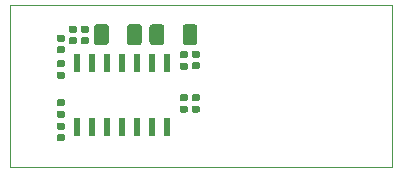
<source format=gbr>
G04 #@! TF.GenerationSoftware,KiCad,Pcbnew,(5.1.0)-1*
G04 #@! TF.CreationDate,2020-05-09T23:37:49+02:00*
G04 #@! TF.ProjectId,Token,546f6b65-6e2e-46b6-9963-61645f706362,rev?*
G04 #@! TF.SameCoordinates,Original*
G04 #@! TF.FileFunction,Paste,Top*
G04 #@! TF.FilePolarity,Positive*
%FSLAX46Y46*%
G04 Gerber Fmt 4.6, Leading zero omitted, Abs format (unit mm)*
G04 Created by KiCad (PCBNEW (5.1.0)-1) date 2020-05-09 23:37:49*
%MOMM*%
%LPD*%
G04 APERTURE LIST*
%ADD10C,0.050000*%
%ADD11C,0.100000*%
%ADD12C,0.590000*%
%ADD13C,1.250000*%
%ADD14R,0.600000X1.500000*%
G04 APERTURE END LIST*
D10*
X138049000Y-49149000D02*
X138049000Y-48133000D01*
X170434000Y-49149000D02*
X138049000Y-49149000D01*
X138049000Y-35433000D02*
X138049000Y-48133000D01*
X170434000Y-35433000D02*
X138049000Y-35433000D01*
X170434000Y-49149000D02*
X170434000Y-35433000D01*
D11*
G04 #@! TO.C,D4*
G36*
X153983958Y-39329710D02*
G01*
X153998276Y-39331834D01*
X154012317Y-39335351D01*
X154025946Y-39340228D01*
X154039031Y-39346417D01*
X154051447Y-39353858D01*
X154063073Y-39362481D01*
X154073798Y-39372202D01*
X154083519Y-39382927D01*
X154092142Y-39394553D01*
X154099583Y-39406969D01*
X154105772Y-39420054D01*
X154110649Y-39433683D01*
X154114166Y-39447724D01*
X154116290Y-39462042D01*
X154117000Y-39476500D01*
X154117000Y-39771500D01*
X154116290Y-39785958D01*
X154114166Y-39800276D01*
X154110649Y-39814317D01*
X154105772Y-39827946D01*
X154099583Y-39841031D01*
X154092142Y-39853447D01*
X154083519Y-39865073D01*
X154073798Y-39875798D01*
X154063073Y-39885519D01*
X154051447Y-39894142D01*
X154039031Y-39901583D01*
X154025946Y-39907772D01*
X154012317Y-39912649D01*
X153998276Y-39916166D01*
X153983958Y-39918290D01*
X153969500Y-39919000D01*
X153624500Y-39919000D01*
X153610042Y-39918290D01*
X153595724Y-39916166D01*
X153581683Y-39912649D01*
X153568054Y-39907772D01*
X153554969Y-39901583D01*
X153542553Y-39894142D01*
X153530927Y-39885519D01*
X153520202Y-39875798D01*
X153510481Y-39865073D01*
X153501858Y-39853447D01*
X153494417Y-39841031D01*
X153488228Y-39827946D01*
X153483351Y-39814317D01*
X153479834Y-39800276D01*
X153477710Y-39785958D01*
X153477000Y-39771500D01*
X153477000Y-39476500D01*
X153477710Y-39462042D01*
X153479834Y-39447724D01*
X153483351Y-39433683D01*
X153488228Y-39420054D01*
X153494417Y-39406969D01*
X153501858Y-39394553D01*
X153510481Y-39382927D01*
X153520202Y-39372202D01*
X153530927Y-39362481D01*
X153542553Y-39353858D01*
X153554969Y-39346417D01*
X153568054Y-39340228D01*
X153581683Y-39335351D01*
X153595724Y-39331834D01*
X153610042Y-39329710D01*
X153624500Y-39329000D01*
X153969500Y-39329000D01*
X153983958Y-39329710D01*
X153983958Y-39329710D01*
G37*
D12*
X153797000Y-39624000D03*
D11*
G36*
X153983958Y-40299710D02*
G01*
X153998276Y-40301834D01*
X154012317Y-40305351D01*
X154025946Y-40310228D01*
X154039031Y-40316417D01*
X154051447Y-40323858D01*
X154063073Y-40332481D01*
X154073798Y-40342202D01*
X154083519Y-40352927D01*
X154092142Y-40364553D01*
X154099583Y-40376969D01*
X154105772Y-40390054D01*
X154110649Y-40403683D01*
X154114166Y-40417724D01*
X154116290Y-40432042D01*
X154117000Y-40446500D01*
X154117000Y-40741500D01*
X154116290Y-40755958D01*
X154114166Y-40770276D01*
X154110649Y-40784317D01*
X154105772Y-40797946D01*
X154099583Y-40811031D01*
X154092142Y-40823447D01*
X154083519Y-40835073D01*
X154073798Y-40845798D01*
X154063073Y-40855519D01*
X154051447Y-40864142D01*
X154039031Y-40871583D01*
X154025946Y-40877772D01*
X154012317Y-40882649D01*
X153998276Y-40886166D01*
X153983958Y-40888290D01*
X153969500Y-40889000D01*
X153624500Y-40889000D01*
X153610042Y-40888290D01*
X153595724Y-40886166D01*
X153581683Y-40882649D01*
X153568054Y-40877772D01*
X153554969Y-40871583D01*
X153542553Y-40864142D01*
X153530927Y-40855519D01*
X153520202Y-40845798D01*
X153510481Y-40835073D01*
X153501858Y-40823447D01*
X153494417Y-40811031D01*
X153488228Y-40797946D01*
X153483351Y-40784317D01*
X153479834Y-40770276D01*
X153477710Y-40755958D01*
X153477000Y-40741500D01*
X153477000Y-40446500D01*
X153477710Y-40432042D01*
X153479834Y-40417724D01*
X153483351Y-40403683D01*
X153488228Y-40390054D01*
X153494417Y-40376969D01*
X153501858Y-40364553D01*
X153510481Y-40352927D01*
X153520202Y-40342202D01*
X153530927Y-40332481D01*
X153542553Y-40323858D01*
X153554969Y-40316417D01*
X153568054Y-40310228D01*
X153581683Y-40305351D01*
X153595724Y-40301834D01*
X153610042Y-40299710D01*
X153624500Y-40299000D01*
X153969500Y-40299000D01*
X153983958Y-40299710D01*
X153983958Y-40299710D01*
G37*
D12*
X153797000Y-40594000D03*
G04 #@! TD*
D11*
G04 #@! TO.C,C1*
G36*
X153694504Y-37099204D02*
G01*
X153718773Y-37102804D01*
X153742571Y-37108765D01*
X153765671Y-37117030D01*
X153787849Y-37127520D01*
X153808893Y-37140133D01*
X153828598Y-37154747D01*
X153846777Y-37171223D01*
X153863253Y-37189402D01*
X153877867Y-37209107D01*
X153890480Y-37230151D01*
X153900970Y-37252329D01*
X153909235Y-37275429D01*
X153915196Y-37299227D01*
X153918796Y-37323496D01*
X153920000Y-37348000D01*
X153920000Y-38598000D01*
X153918796Y-38622504D01*
X153915196Y-38646773D01*
X153909235Y-38670571D01*
X153900970Y-38693671D01*
X153890480Y-38715849D01*
X153877867Y-38736893D01*
X153863253Y-38756598D01*
X153846777Y-38774777D01*
X153828598Y-38791253D01*
X153808893Y-38805867D01*
X153787849Y-38818480D01*
X153765671Y-38828970D01*
X153742571Y-38837235D01*
X153718773Y-38843196D01*
X153694504Y-38846796D01*
X153670000Y-38848000D01*
X152920000Y-38848000D01*
X152895496Y-38846796D01*
X152871227Y-38843196D01*
X152847429Y-38837235D01*
X152824329Y-38828970D01*
X152802151Y-38818480D01*
X152781107Y-38805867D01*
X152761402Y-38791253D01*
X152743223Y-38774777D01*
X152726747Y-38756598D01*
X152712133Y-38736893D01*
X152699520Y-38715849D01*
X152689030Y-38693671D01*
X152680765Y-38670571D01*
X152674804Y-38646773D01*
X152671204Y-38622504D01*
X152670000Y-38598000D01*
X152670000Y-37348000D01*
X152671204Y-37323496D01*
X152674804Y-37299227D01*
X152680765Y-37275429D01*
X152689030Y-37252329D01*
X152699520Y-37230151D01*
X152712133Y-37209107D01*
X152726747Y-37189402D01*
X152743223Y-37171223D01*
X152761402Y-37154747D01*
X152781107Y-37140133D01*
X152802151Y-37127520D01*
X152824329Y-37117030D01*
X152847429Y-37108765D01*
X152871227Y-37102804D01*
X152895496Y-37099204D01*
X152920000Y-37098000D01*
X153670000Y-37098000D01*
X153694504Y-37099204D01*
X153694504Y-37099204D01*
G37*
D13*
X153295000Y-37973000D03*
D11*
G36*
X150894504Y-37099204D02*
G01*
X150918773Y-37102804D01*
X150942571Y-37108765D01*
X150965671Y-37117030D01*
X150987849Y-37127520D01*
X151008893Y-37140133D01*
X151028598Y-37154747D01*
X151046777Y-37171223D01*
X151063253Y-37189402D01*
X151077867Y-37209107D01*
X151090480Y-37230151D01*
X151100970Y-37252329D01*
X151109235Y-37275429D01*
X151115196Y-37299227D01*
X151118796Y-37323496D01*
X151120000Y-37348000D01*
X151120000Y-38598000D01*
X151118796Y-38622504D01*
X151115196Y-38646773D01*
X151109235Y-38670571D01*
X151100970Y-38693671D01*
X151090480Y-38715849D01*
X151077867Y-38736893D01*
X151063253Y-38756598D01*
X151046777Y-38774777D01*
X151028598Y-38791253D01*
X151008893Y-38805867D01*
X150987849Y-38818480D01*
X150965671Y-38828970D01*
X150942571Y-38837235D01*
X150918773Y-38843196D01*
X150894504Y-38846796D01*
X150870000Y-38848000D01*
X150120000Y-38848000D01*
X150095496Y-38846796D01*
X150071227Y-38843196D01*
X150047429Y-38837235D01*
X150024329Y-38828970D01*
X150002151Y-38818480D01*
X149981107Y-38805867D01*
X149961402Y-38791253D01*
X149943223Y-38774777D01*
X149926747Y-38756598D01*
X149912133Y-38736893D01*
X149899520Y-38715849D01*
X149889030Y-38693671D01*
X149880765Y-38670571D01*
X149874804Y-38646773D01*
X149871204Y-38622504D01*
X149870000Y-38598000D01*
X149870000Y-37348000D01*
X149871204Y-37323496D01*
X149874804Y-37299227D01*
X149880765Y-37275429D01*
X149889030Y-37252329D01*
X149899520Y-37230151D01*
X149912133Y-37209107D01*
X149926747Y-37189402D01*
X149943223Y-37171223D01*
X149961402Y-37154747D01*
X149981107Y-37140133D01*
X150002151Y-37127520D01*
X150024329Y-37117030D01*
X150047429Y-37108765D01*
X150071227Y-37102804D01*
X150095496Y-37099204D01*
X150120000Y-37098000D01*
X150870000Y-37098000D01*
X150894504Y-37099204D01*
X150894504Y-37099204D01*
G37*
D13*
X150495000Y-37973000D03*
G04 #@! TD*
D14*
G04 #@! TO.C,U2*
X143764000Y-45786000D03*
X145034000Y-45786000D03*
X146304000Y-45786000D03*
X147574000Y-45786000D03*
X148844000Y-45786000D03*
X150114000Y-45786000D03*
X151384000Y-45786000D03*
X151384000Y-40386000D03*
X150114000Y-40386000D03*
X148844000Y-40386000D03*
X147574000Y-40386000D03*
X146304000Y-40386000D03*
X145034000Y-40386000D03*
X143764000Y-40386000D03*
G04 #@! TD*
D11*
G04 #@! TO.C,C2*
G36*
X146195504Y-37099204D02*
G01*
X146219773Y-37102804D01*
X146243571Y-37108765D01*
X146266671Y-37117030D01*
X146288849Y-37127520D01*
X146309893Y-37140133D01*
X146329598Y-37154747D01*
X146347777Y-37171223D01*
X146364253Y-37189402D01*
X146378867Y-37209107D01*
X146391480Y-37230151D01*
X146401970Y-37252329D01*
X146410235Y-37275429D01*
X146416196Y-37299227D01*
X146419796Y-37323496D01*
X146421000Y-37348000D01*
X146421000Y-38598000D01*
X146419796Y-38622504D01*
X146416196Y-38646773D01*
X146410235Y-38670571D01*
X146401970Y-38693671D01*
X146391480Y-38715849D01*
X146378867Y-38736893D01*
X146364253Y-38756598D01*
X146347777Y-38774777D01*
X146329598Y-38791253D01*
X146309893Y-38805867D01*
X146288849Y-38818480D01*
X146266671Y-38828970D01*
X146243571Y-38837235D01*
X146219773Y-38843196D01*
X146195504Y-38846796D01*
X146171000Y-38848000D01*
X145421000Y-38848000D01*
X145396496Y-38846796D01*
X145372227Y-38843196D01*
X145348429Y-38837235D01*
X145325329Y-38828970D01*
X145303151Y-38818480D01*
X145282107Y-38805867D01*
X145262402Y-38791253D01*
X145244223Y-38774777D01*
X145227747Y-38756598D01*
X145213133Y-38736893D01*
X145200520Y-38715849D01*
X145190030Y-38693671D01*
X145181765Y-38670571D01*
X145175804Y-38646773D01*
X145172204Y-38622504D01*
X145171000Y-38598000D01*
X145171000Y-37348000D01*
X145172204Y-37323496D01*
X145175804Y-37299227D01*
X145181765Y-37275429D01*
X145190030Y-37252329D01*
X145200520Y-37230151D01*
X145213133Y-37209107D01*
X145227747Y-37189402D01*
X145244223Y-37171223D01*
X145262402Y-37154747D01*
X145282107Y-37140133D01*
X145303151Y-37127520D01*
X145325329Y-37117030D01*
X145348429Y-37108765D01*
X145372227Y-37102804D01*
X145396496Y-37099204D01*
X145421000Y-37098000D01*
X146171000Y-37098000D01*
X146195504Y-37099204D01*
X146195504Y-37099204D01*
G37*
D13*
X145796000Y-37973000D03*
D11*
G36*
X148995504Y-37099204D02*
G01*
X149019773Y-37102804D01*
X149043571Y-37108765D01*
X149066671Y-37117030D01*
X149088849Y-37127520D01*
X149109893Y-37140133D01*
X149129598Y-37154747D01*
X149147777Y-37171223D01*
X149164253Y-37189402D01*
X149178867Y-37209107D01*
X149191480Y-37230151D01*
X149201970Y-37252329D01*
X149210235Y-37275429D01*
X149216196Y-37299227D01*
X149219796Y-37323496D01*
X149221000Y-37348000D01*
X149221000Y-38598000D01*
X149219796Y-38622504D01*
X149216196Y-38646773D01*
X149210235Y-38670571D01*
X149201970Y-38693671D01*
X149191480Y-38715849D01*
X149178867Y-38736893D01*
X149164253Y-38756598D01*
X149147777Y-38774777D01*
X149129598Y-38791253D01*
X149109893Y-38805867D01*
X149088849Y-38818480D01*
X149066671Y-38828970D01*
X149043571Y-38837235D01*
X149019773Y-38843196D01*
X148995504Y-38846796D01*
X148971000Y-38848000D01*
X148221000Y-38848000D01*
X148196496Y-38846796D01*
X148172227Y-38843196D01*
X148148429Y-38837235D01*
X148125329Y-38828970D01*
X148103151Y-38818480D01*
X148082107Y-38805867D01*
X148062402Y-38791253D01*
X148044223Y-38774777D01*
X148027747Y-38756598D01*
X148013133Y-38736893D01*
X148000520Y-38715849D01*
X147990030Y-38693671D01*
X147981765Y-38670571D01*
X147975804Y-38646773D01*
X147972204Y-38622504D01*
X147971000Y-38598000D01*
X147971000Y-37348000D01*
X147972204Y-37323496D01*
X147975804Y-37299227D01*
X147981765Y-37275429D01*
X147990030Y-37252329D01*
X148000520Y-37230151D01*
X148013133Y-37209107D01*
X148027747Y-37189402D01*
X148044223Y-37171223D01*
X148062402Y-37154747D01*
X148082107Y-37140133D01*
X148103151Y-37127520D01*
X148125329Y-37117030D01*
X148148429Y-37108765D01*
X148172227Y-37102804D01*
X148196496Y-37099204D01*
X148221000Y-37098000D01*
X148971000Y-37098000D01*
X148995504Y-37099204D01*
X148995504Y-37099204D01*
G37*
D13*
X148596000Y-37973000D03*
G04 #@! TD*
D11*
G04 #@! TO.C,D2*
G36*
X142553958Y-40137710D02*
G01*
X142568276Y-40139834D01*
X142582317Y-40143351D01*
X142595946Y-40148228D01*
X142609031Y-40154417D01*
X142621447Y-40161858D01*
X142633073Y-40170481D01*
X142643798Y-40180202D01*
X142653519Y-40190927D01*
X142662142Y-40202553D01*
X142669583Y-40214969D01*
X142675772Y-40228054D01*
X142680649Y-40241683D01*
X142684166Y-40255724D01*
X142686290Y-40270042D01*
X142687000Y-40284500D01*
X142687000Y-40579500D01*
X142686290Y-40593958D01*
X142684166Y-40608276D01*
X142680649Y-40622317D01*
X142675772Y-40635946D01*
X142669583Y-40649031D01*
X142662142Y-40661447D01*
X142653519Y-40673073D01*
X142643798Y-40683798D01*
X142633073Y-40693519D01*
X142621447Y-40702142D01*
X142609031Y-40709583D01*
X142595946Y-40715772D01*
X142582317Y-40720649D01*
X142568276Y-40724166D01*
X142553958Y-40726290D01*
X142539500Y-40727000D01*
X142194500Y-40727000D01*
X142180042Y-40726290D01*
X142165724Y-40724166D01*
X142151683Y-40720649D01*
X142138054Y-40715772D01*
X142124969Y-40709583D01*
X142112553Y-40702142D01*
X142100927Y-40693519D01*
X142090202Y-40683798D01*
X142080481Y-40673073D01*
X142071858Y-40661447D01*
X142064417Y-40649031D01*
X142058228Y-40635946D01*
X142053351Y-40622317D01*
X142049834Y-40608276D01*
X142047710Y-40593958D01*
X142047000Y-40579500D01*
X142047000Y-40284500D01*
X142047710Y-40270042D01*
X142049834Y-40255724D01*
X142053351Y-40241683D01*
X142058228Y-40228054D01*
X142064417Y-40214969D01*
X142071858Y-40202553D01*
X142080481Y-40190927D01*
X142090202Y-40180202D01*
X142100927Y-40170481D01*
X142112553Y-40161858D01*
X142124969Y-40154417D01*
X142138054Y-40148228D01*
X142151683Y-40143351D01*
X142165724Y-40139834D01*
X142180042Y-40137710D01*
X142194500Y-40137000D01*
X142539500Y-40137000D01*
X142553958Y-40137710D01*
X142553958Y-40137710D01*
G37*
D12*
X142367000Y-40432000D03*
D11*
G36*
X142553958Y-41107710D02*
G01*
X142568276Y-41109834D01*
X142582317Y-41113351D01*
X142595946Y-41118228D01*
X142609031Y-41124417D01*
X142621447Y-41131858D01*
X142633073Y-41140481D01*
X142643798Y-41150202D01*
X142653519Y-41160927D01*
X142662142Y-41172553D01*
X142669583Y-41184969D01*
X142675772Y-41198054D01*
X142680649Y-41211683D01*
X142684166Y-41225724D01*
X142686290Y-41240042D01*
X142687000Y-41254500D01*
X142687000Y-41549500D01*
X142686290Y-41563958D01*
X142684166Y-41578276D01*
X142680649Y-41592317D01*
X142675772Y-41605946D01*
X142669583Y-41619031D01*
X142662142Y-41631447D01*
X142653519Y-41643073D01*
X142643798Y-41653798D01*
X142633073Y-41663519D01*
X142621447Y-41672142D01*
X142609031Y-41679583D01*
X142595946Y-41685772D01*
X142582317Y-41690649D01*
X142568276Y-41694166D01*
X142553958Y-41696290D01*
X142539500Y-41697000D01*
X142194500Y-41697000D01*
X142180042Y-41696290D01*
X142165724Y-41694166D01*
X142151683Y-41690649D01*
X142138054Y-41685772D01*
X142124969Y-41679583D01*
X142112553Y-41672142D01*
X142100927Y-41663519D01*
X142090202Y-41653798D01*
X142080481Y-41643073D01*
X142071858Y-41631447D01*
X142064417Y-41619031D01*
X142058228Y-41605946D01*
X142053351Y-41592317D01*
X142049834Y-41578276D01*
X142047710Y-41563958D01*
X142047000Y-41549500D01*
X142047000Y-41254500D01*
X142047710Y-41240042D01*
X142049834Y-41225724D01*
X142053351Y-41211683D01*
X142058228Y-41198054D01*
X142064417Y-41184969D01*
X142071858Y-41172553D01*
X142080481Y-41160927D01*
X142090202Y-41150202D01*
X142100927Y-41140481D01*
X142112553Y-41131858D01*
X142124969Y-41124417D01*
X142138054Y-41118228D01*
X142151683Y-41113351D01*
X142165724Y-41109834D01*
X142180042Y-41107710D01*
X142194500Y-41107000D01*
X142539500Y-41107000D01*
X142553958Y-41107710D01*
X142553958Y-41107710D01*
G37*
D12*
X142367000Y-41402000D03*
G04 #@! TD*
D11*
G04 #@! TO.C,D3*
G36*
X142553958Y-43439710D02*
G01*
X142568276Y-43441834D01*
X142582317Y-43445351D01*
X142595946Y-43450228D01*
X142609031Y-43456417D01*
X142621447Y-43463858D01*
X142633073Y-43472481D01*
X142643798Y-43482202D01*
X142653519Y-43492927D01*
X142662142Y-43504553D01*
X142669583Y-43516969D01*
X142675772Y-43530054D01*
X142680649Y-43543683D01*
X142684166Y-43557724D01*
X142686290Y-43572042D01*
X142687000Y-43586500D01*
X142687000Y-43881500D01*
X142686290Y-43895958D01*
X142684166Y-43910276D01*
X142680649Y-43924317D01*
X142675772Y-43937946D01*
X142669583Y-43951031D01*
X142662142Y-43963447D01*
X142653519Y-43975073D01*
X142643798Y-43985798D01*
X142633073Y-43995519D01*
X142621447Y-44004142D01*
X142609031Y-44011583D01*
X142595946Y-44017772D01*
X142582317Y-44022649D01*
X142568276Y-44026166D01*
X142553958Y-44028290D01*
X142539500Y-44029000D01*
X142194500Y-44029000D01*
X142180042Y-44028290D01*
X142165724Y-44026166D01*
X142151683Y-44022649D01*
X142138054Y-44017772D01*
X142124969Y-44011583D01*
X142112553Y-44004142D01*
X142100927Y-43995519D01*
X142090202Y-43985798D01*
X142080481Y-43975073D01*
X142071858Y-43963447D01*
X142064417Y-43951031D01*
X142058228Y-43937946D01*
X142053351Y-43924317D01*
X142049834Y-43910276D01*
X142047710Y-43895958D01*
X142047000Y-43881500D01*
X142047000Y-43586500D01*
X142047710Y-43572042D01*
X142049834Y-43557724D01*
X142053351Y-43543683D01*
X142058228Y-43530054D01*
X142064417Y-43516969D01*
X142071858Y-43504553D01*
X142080481Y-43492927D01*
X142090202Y-43482202D01*
X142100927Y-43472481D01*
X142112553Y-43463858D01*
X142124969Y-43456417D01*
X142138054Y-43450228D01*
X142151683Y-43445351D01*
X142165724Y-43441834D01*
X142180042Y-43439710D01*
X142194500Y-43439000D01*
X142539500Y-43439000D01*
X142553958Y-43439710D01*
X142553958Y-43439710D01*
G37*
D12*
X142367000Y-43734000D03*
D11*
G36*
X142553958Y-44409710D02*
G01*
X142568276Y-44411834D01*
X142582317Y-44415351D01*
X142595946Y-44420228D01*
X142609031Y-44426417D01*
X142621447Y-44433858D01*
X142633073Y-44442481D01*
X142643798Y-44452202D01*
X142653519Y-44462927D01*
X142662142Y-44474553D01*
X142669583Y-44486969D01*
X142675772Y-44500054D01*
X142680649Y-44513683D01*
X142684166Y-44527724D01*
X142686290Y-44542042D01*
X142687000Y-44556500D01*
X142687000Y-44851500D01*
X142686290Y-44865958D01*
X142684166Y-44880276D01*
X142680649Y-44894317D01*
X142675772Y-44907946D01*
X142669583Y-44921031D01*
X142662142Y-44933447D01*
X142653519Y-44945073D01*
X142643798Y-44955798D01*
X142633073Y-44965519D01*
X142621447Y-44974142D01*
X142609031Y-44981583D01*
X142595946Y-44987772D01*
X142582317Y-44992649D01*
X142568276Y-44996166D01*
X142553958Y-44998290D01*
X142539500Y-44999000D01*
X142194500Y-44999000D01*
X142180042Y-44998290D01*
X142165724Y-44996166D01*
X142151683Y-44992649D01*
X142138054Y-44987772D01*
X142124969Y-44981583D01*
X142112553Y-44974142D01*
X142100927Y-44965519D01*
X142090202Y-44955798D01*
X142080481Y-44945073D01*
X142071858Y-44933447D01*
X142064417Y-44921031D01*
X142058228Y-44907946D01*
X142053351Y-44894317D01*
X142049834Y-44880276D01*
X142047710Y-44865958D01*
X142047000Y-44851500D01*
X142047000Y-44556500D01*
X142047710Y-44542042D01*
X142049834Y-44527724D01*
X142053351Y-44513683D01*
X142058228Y-44500054D01*
X142064417Y-44486969D01*
X142071858Y-44474553D01*
X142080481Y-44462927D01*
X142090202Y-44452202D01*
X142100927Y-44442481D01*
X142112553Y-44433858D01*
X142124969Y-44426417D01*
X142138054Y-44420228D01*
X142151683Y-44415351D01*
X142165724Y-44411834D01*
X142180042Y-44409710D01*
X142194500Y-44409000D01*
X142539500Y-44409000D01*
X142553958Y-44409710D01*
X142553958Y-44409710D01*
G37*
D12*
X142367000Y-44704000D03*
G04 #@! TD*
D11*
G04 #@! TO.C,D5*
G36*
X153983958Y-43982710D02*
G01*
X153998276Y-43984834D01*
X154012317Y-43988351D01*
X154025946Y-43993228D01*
X154039031Y-43999417D01*
X154051447Y-44006858D01*
X154063073Y-44015481D01*
X154073798Y-44025202D01*
X154083519Y-44035927D01*
X154092142Y-44047553D01*
X154099583Y-44059969D01*
X154105772Y-44073054D01*
X154110649Y-44086683D01*
X154114166Y-44100724D01*
X154116290Y-44115042D01*
X154117000Y-44129500D01*
X154117000Y-44424500D01*
X154116290Y-44438958D01*
X154114166Y-44453276D01*
X154110649Y-44467317D01*
X154105772Y-44480946D01*
X154099583Y-44494031D01*
X154092142Y-44506447D01*
X154083519Y-44518073D01*
X154073798Y-44528798D01*
X154063073Y-44538519D01*
X154051447Y-44547142D01*
X154039031Y-44554583D01*
X154025946Y-44560772D01*
X154012317Y-44565649D01*
X153998276Y-44569166D01*
X153983958Y-44571290D01*
X153969500Y-44572000D01*
X153624500Y-44572000D01*
X153610042Y-44571290D01*
X153595724Y-44569166D01*
X153581683Y-44565649D01*
X153568054Y-44560772D01*
X153554969Y-44554583D01*
X153542553Y-44547142D01*
X153530927Y-44538519D01*
X153520202Y-44528798D01*
X153510481Y-44518073D01*
X153501858Y-44506447D01*
X153494417Y-44494031D01*
X153488228Y-44480946D01*
X153483351Y-44467317D01*
X153479834Y-44453276D01*
X153477710Y-44438958D01*
X153477000Y-44424500D01*
X153477000Y-44129500D01*
X153477710Y-44115042D01*
X153479834Y-44100724D01*
X153483351Y-44086683D01*
X153488228Y-44073054D01*
X153494417Y-44059969D01*
X153501858Y-44047553D01*
X153510481Y-44035927D01*
X153520202Y-44025202D01*
X153530927Y-44015481D01*
X153542553Y-44006858D01*
X153554969Y-43999417D01*
X153568054Y-43993228D01*
X153581683Y-43988351D01*
X153595724Y-43984834D01*
X153610042Y-43982710D01*
X153624500Y-43982000D01*
X153969500Y-43982000D01*
X153983958Y-43982710D01*
X153983958Y-43982710D01*
G37*
D12*
X153797000Y-44277000D03*
D11*
G36*
X153983958Y-43012710D02*
G01*
X153998276Y-43014834D01*
X154012317Y-43018351D01*
X154025946Y-43023228D01*
X154039031Y-43029417D01*
X154051447Y-43036858D01*
X154063073Y-43045481D01*
X154073798Y-43055202D01*
X154083519Y-43065927D01*
X154092142Y-43077553D01*
X154099583Y-43089969D01*
X154105772Y-43103054D01*
X154110649Y-43116683D01*
X154114166Y-43130724D01*
X154116290Y-43145042D01*
X154117000Y-43159500D01*
X154117000Y-43454500D01*
X154116290Y-43468958D01*
X154114166Y-43483276D01*
X154110649Y-43497317D01*
X154105772Y-43510946D01*
X154099583Y-43524031D01*
X154092142Y-43536447D01*
X154083519Y-43548073D01*
X154073798Y-43558798D01*
X154063073Y-43568519D01*
X154051447Y-43577142D01*
X154039031Y-43584583D01*
X154025946Y-43590772D01*
X154012317Y-43595649D01*
X153998276Y-43599166D01*
X153983958Y-43601290D01*
X153969500Y-43602000D01*
X153624500Y-43602000D01*
X153610042Y-43601290D01*
X153595724Y-43599166D01*
X153581683Y-43595649D01*
X153568054Y-43590772D01*
X153554969Y-43584583D01*
X153542553Y-43577142D01*
X153530927Y-43568519D01*
X153520202Y-43558798D01*
X153510481Y-43548073D01*
X153501858Y-43536447D01*
X153494417Y-43524031D01*
X153488228Y-43510946D01*
X153483351Y-43497317D01*
X153479834Y-43483276D01*
X153477710Y-43468958D01*
X153477000Y-43454500D01*
X153477000Y-43159500D01*
X153477710Y-43145042D01*
X153479834Y-43130724D01*
X153483351Y-43116683D01*
X153488228Y-43103054D01*
X153494417Y-43089969D01*
X153501858Y-43077553D01*
X153510481Y-43065927D01*
X153520202Y-43055202D01*
X153530927Y-43045481D01*
X153542553Y-43036858D01*
X153554969Y-43029417D01*
X153568054Y-43023228D01*
X153581683Y-43018351D01*
X153595724Y-43014834D01*
X153610042Y-43012710D01*
X153624500Y-43012000D01*
X153969500Y-43012000D01*
X153983958Y-43012710D01*
X153983958Y-43012710D01*
G37*
D12*
X153797000Y-43307000D03*
G04 #@! TD*
D11*
G04 #@! TO.C,D6*
G36*
X142553958Y-38948710D02*
G01*
X142568276Y-38950834D01*
X142582317Y-38954351D01*
X142595946Y-38959228D01*
X142609031Y-38965417D01*
X142621447Y-38972858D01*
X142633073Y-38981481D01*
X142643798Y-38991202D01*
X142653519Y-39001927D01*
X142662142Y-39013553D01*
X142669583Y-39025969D01*
X142675772Y-39039054D01*
X142680649Y-39052683D01*
X142684166Y-39066724D01*
X142686290Y-39081042D01*
X142687000Y-39095500D01*
X142687000Y-39390500D01*
X142686290Y-39404958D01*
X142684166Y-39419276D01*
X142680649Y-39433317D01*
X142675772Y-39446946D01*
X142669583Y-39460031D01*
X142662142Y-39472447D01*
X142653519Y-39484073D01*
X142643798Y-39494798D01*
X142633073Y-39504519D01*
X142621447Y-39513142D01*
X142609031Y-39520583D01*
X142595946Y-39526772D01*
X142582317Y-39531649D01*
X142568276Y-39535166D01*
X142553958Y-39537290D01*
X142539500Y-39538000D01*
X142194500Y-39538000D01*
X142180042Y-39537290D01*
X142165724Y-39535166D01*
X142151683Y-39531649D01*
X142138054Y-39526772D01*
X142124969Y-39520583D01*
X142112553Y-39513142D01*
X142100927Y-39504519D01*
X142090202Y-39494798D01*
X142080481Y-39484073D01*
X142071858Y-39472447D01*
X142064417Y-39460031D01*
X142058228Y-39446946D01*
X142053351Y-39433317D01*
X142049834Y-39419276D01*
X142047710Y-39404958D01*
X142047000Y-39390500D01*
X142047000Y-39095500D01*
X142047710Y-39081042D01*
X142049834Y-39066724D01*
X142053351Y-39052683D01*
X142058228Y-39039054D01*
X142064417Y-39025969D01*
X142071858Y-39013553D01*
X142080481Y-39001927D01*
X142090202Y-38991202D01*
X142100927Y-38981481D01*
X142112553Y-38972858D01*
X142124969Y-38965417D01*
X142138054Y-38959228D01*
X142151683Y-38954351D01*
X142165724Y-38950834D01*
X142180042Y-38948710D01*
X142194500Y-38948000D01*
X142539500Y-38948000D01*
X142553958Y-38948710D01*
X142553958Y-38948710D01*
G37*
D12*
X142367000Y-39243000D03*
D11*
G36*
X142553958Y-37978710D02*
G01*
X142568276Y-37980834D01*
X142582317Y-37984351D01*
X142595946Y-37989228D01*
X142609031Y-37995417D01*
X142621447Y-38002858D01*
X142633073Y-38011481D01*
X142643798Y-38021202D01*
X142653519Y-38031927D01*
X142662142Y-38043553D01*
X142669583Y-38055969D01*
X142675772Y-38069054D01*
X142680649Y-38082683D01*
X142684166Y-38096724D01*
X142686290Y-38111042D01*
X142687000Y-38125500D01*
X142687000Y-38420500D01*
X142686290Y-38434958D01*
X142684166Y-38449276D01*
X142680649Y-38463317D01*
X142675772Y-38476946D01*
X142669583Y-38490031D01*
X142662142Y-38502447D01*
X142653519Y-38514073D01*
X142643798Y-38524798D01*
X142633073Y-38534519D01*
X142621447Y-38543142D01*
X142609031Y-38550583D01*
X142595946Y-38556772D01*
X142582317Y-38561649D01*
X142568276Y-38565166D01*
X142553958Y-38567290D01*
X142539500Y-38568000D01*
X142194500Y-38568000D01*
X142180042Y-38567290D01*
X142165724Y-38565166D01*
X142151683Y-38561649D01*
X142138054Y-38556772D01*
X142124969Y-38550583D01*
X142112553Y-38543142D01*
X142100927Y-38534519D01*
X142090202Y-38524798D01*
X142080481Y-38514073D01*
X142071858Y-38502447D01*
X142064417Y-38490031D01*
X142058228Y-38476946D01*
X142053351Y-38463317D01*
X142049834Y-38449276D01*
X142047710Y-38434958D01*
X142047000Y-38420500D01*
X142047000Y-38125500D01*
X142047710Y-38111042D01*
X142049834Y-38096724D01*
X142053351Y-38082683D01*
X142058228Y-38069054D01*
X142064417Y-38055969D01*
X142071858Y-38043553D01*
X142080481Y-38031927D01*
X142090202Y-38021202D01*
X142100927Y-38011481D01*
X142112553Y-38002858D01*
X142124969Y-37995417D01*
X142138054Y-37989228D01*
X142151683Y-37984351D01*
X142165724Y-37980834D01*
X142180042Y-37978710D01*
X142194500Y-37978000D01*
X142539500Y-37978000D01*
X142553958Y-37978710D01*
X142553958Y-37978710D01*
G37*
D12*
X142367000Y-38273000D03*
G04 #@! TD*
D11*
G04 #@! TO.C,D7*
G36*
X142553958Y-45425710D02*
G01*
X142568276Y-45427834D01*
X142582317Y-45431351D01*
X142595946Y-45436228D01*
X142609031Y-45442417D01*
X142621447Y-45449858D01*
X142633073Y-45458481D01*
X142643798Y-45468202D01*
X142653519Y-45478927D01*
X142662142Y-45490553D01*
X142669583Y-45502969D01*
X142675772Y-45516054D01*
X142680649Y-45529683D01*
X142684166Y-45543724D01*
X142686290Y-45558042D01*
X142687000Y-45572500D01*
X142687000Y-45867500D01*
X142686290Y-45881958D01*
X142684166Y-45896276D01*
X142680649Y-45910317D01*
X142675772Y-45923946D01*
X142669583Y-45937031D01*
X142662142Y-45949447D01*
X142653519Y-45961073D01*
X142643798Y-45971798D01*
X142633073Y-45981519D01*
X142621447Y-45990142D01*
X142609031Y-45997583D01*
X142595946Y-46003772D01*
X142582317Y-46008649D01*
X142568276Y-46012166D01*
X142553958Y-46014290D01*
X142539500Y-46015000D01*
X142194500Y-46015000D01*
X142180042Y-46014290D01*
X142165724Y-46012166D01*
X142151683Y-46008649D01*
X142138054Y-46003772D01*
X142124969Y-45997583D01*
X142112553Y-45990142D01*
X142100927Y-45981519D01*
X142090202Y-45971798D01*
X142080481Y-45961073D01*
X142071858Y-45949447D01*
X142064417Y-45937031D01*
X142058228Y-45923946D01*
X142053351Y-45910317D01*
X142049834Y-45896276D01*
X142047710Y-45881958D01*
X142047000Y-45867500D01*
X142047000Y-45572500D01*
X142047710Y-45558042D01*
X142049834Y-45543724D01*
X142053351Y-45529683D01*
X142058228Y-45516054D01*
X142064417Y-45502969D01*
X142071858Y-45490553D01*
X142080481Y-45478927D01*
X142090202Y-45468202D01*
X142100927Y-45458481D01*
X142112553Y-45449858D01*
X142124969Y-45442417D01*
X142138054Y-45436228D01*
X142151683Y-45431351D01*
X142165724Y-45427834D01*
X142180042Y-45425710D01*
X142194500Y-45425000D01*
X142539500Y-45425000D01*
X142553958Y-45425710D01*
X142553958Y-45425710D01*
G37*
D12*
X142367000Y-45720000D03*
D11*
G36*
X142553958Y-46395710D02*
G01*
X142568276Y-46397834D01*
X142582317Y-46401351D01*
X142595946Y-46406228D01*
X142609031Y-46412417D01*
X142621447Y-46419858D01*
X142633073Y-46428481D01*
X142643798Y-46438202D01*
X142653519Y-46448927D01*
X142662142Y-46460553D01*
X142669583Y-46472969D01*
X142675772Y-46486054D01*
X142680649Y-46499683D01*
X142684166Y-46513724D01*
X142686290Y-46528042D01*
X142687000Y-46542500D01*
X142687000Y-46837500D01*
X142686290Y-46851958D01*
X142684166Y-46866276D01*
X142680649Y-46880317D01*
X142675772Y-46893946D01*
X142669583Y-46907031D01*
X142662142Y-46919447D01*
X142653519Y-46931073D01*
X142643798Y-46941798D01*
X142633073Y-46951519D01*
X142621447Y-46960142D01*
X142609031Y-46967583D01*
X142595946Y-46973772D01*
X142582317Y-46978649D01*
X142568276Y-46982166D01*
X142553958Y-46984290D01*
X142539500Y-46985000D01*
X142194500Y-46985000D01*
X142180042Y-46984290D01*
X142165724Y-46982166D01*
X142151683Y-46978649D01*
X142138054Y-46973772D01*
X142124969Y-46967583D01*
X142112553Y-46960142D01*
X142100927Y-46951519D01*
X142090202Y-46941798D01*
X142080481Y-46931073D01*
X142071858Y-46919447D01*
X142064417Y-46907031D01*
X142058228Y-46893946D01*
X142053351Y-46880317D01*
X142049834Y-46866276D01*
X142047710Y-46851958D01*
X142047000Y-46837500D01*
X142047000Y-46542500D01*
X142047710Y-46528042D01*
X142049834Y-46513724D01*
X142053351Y-46499683D01*
X142058228Y-46486054D01*
X142064417Y-46472969D01*
X142071858Y-46460553D01*
X142080481Y-46448927D01*
X142090202Y-46438202D01*
X142100927Y-46428481D01*
X142112553Y-46419858D01*
X142124969Y-46412417D01*
X142138054Y-46406228D01*
X142151683Y-46401351D01*
X142165724Y-46397834D01*
X142180042Y-46395710D01*
X142194500Y-46395000D01*
X142539500Y-46395000D01*
X142553958Y-46395710D01*
X142553958Y-46395710D01*
G37*
D12*
X142367000Y-46690000D03*
G04 #@! TD*
D11*
G04 #@! TO.C,D8*
G36*
X152967958Y-40345710D02*
G01*
X152982276Y-40347834D01*
X152996317Y-40351351D01*
X153009946Y-40356228D01*
X153023031Y-40362417D01*
X153035447Y-40369858D01*
X153047073Y-40378481D01*
X153057798Y-40388202D01*
X153067519Y-40398927D01*
X153076142Y-40410553D01*
X153083583Y-40422969D01*
X153089772Y-40436054D01*
X153094649Y-40449683D01*
X153098166Y-40463724D01*
X153100290Y-40478042D01*
X153101000Y-40492500D01*
X153101000Y-40787500D01*
X153100290Y-40801958D01*
X153098166Y-40816276D01*
X153094649Y-40830317D01*
X153089772Y-40843946D01*
X153083583Y-40857031D01*
X153076142Y-40869447D01*
X153067519Y-40881073D01*
X153057798Y-40891798D01*
X153047073Y-40901519D01*
X153035447Y-40910142D01*
X153023031Y-40917583D01*
X153009946Y-40923772D01*
X152996317Y-40928649D01*
X152982276Y-40932166D01*
X152967958Y-40934290D01*
X152953500Y-40935000D01*
X152608500Y-40935000D01*
X152594042Y-40934290D01*
X152579724Y-40932166D01*
X152565683Y-40928649D01*
X152552054Y-40923772D01*
X152538969Y-40917583D01*
X152526553Y-40910142D01*
X152514927Y-40901519D01*
X152504202Y-40891798D01*
X152494481Y-40881073D01*
X152485858Y-40869447D01*
X152478417Y-40857031D01*
X152472228Y-40843946D01*
X152467351Y-40830317D01*
X152463834Y-40816276D01*
X152461710Y-40801958D01*
X152461000Y-40787500D01*
X152461000Y-40492500D01*
X152461710Y-40478042D01*
X152463834Y-40463724D01*
X152467351Y-40449683D01*
X152472228Y-40436054D01*
X152478417Y-40422969D01*
X152485858Y-40410553D01*
X152494481Y-40398927D01*
X152504202Y-40388202D01*
X152514927Y-40378481D01*
X152526553Y-40369858D01*
X152538969Y-40362417D01*
X152552054Y-40356228D01*
X152565683Y-40351351D01*
X152579724Y-40347834D01*
X152594042Y-40345710D01*
X152608500Y-40345000D01*
X152953500Y-40345000D01*
X152967958Y-40345710D01*
X152967958Y-40345710D01*
G37*
D12*
X152781000Y-40640000D03*
D11*
G36*
X152967958Y-39375710D02*
G01*
X152982276Y-39377834D01*
X152996317Y-39381351D01*
X153009946Y-39386228D01*
X153023031Y-39392417D01*
X153035447Y-39399858D01*
X153047073Y-39408481D01*
X153057798Y-39418202D01*
X153067519Y-39428927D01*
X153076142Y-39440553D01*
X153083583Y-39452969D01*
X153089772Y-39466054D01*
X153094649Y-39479683D01*
X153098166Y-39493724D01*
X153100290Y-39508042D01*
X153101000Y-39522500D01*
X153101000Y-39817500D01*
X153100290Y-39831958D01*
X153098166Y-39846276D01*
X153094649Y-39860317D01*
X153089772Y-39873946D01*
X153083583Y-39887031D01*
X153076142Y-39899447D01*
X153067519Y-39911073D01*
X153057798Y-39921798D01*
X153047073Y-39931519D01*
X153035447Y-39940142D01*
X153023031Y-39947583D01*
X153009946Y-39953772D01*
X152996317Y-39958649D01*
X152982276Y-39962166D01*
X152967958Y-39964290D01*
X152953500Y-39965000D01*
X152608500Y-39965000D01*
X152594042Y-39964290D01*
X152579724Y-39962166D01*
X152565683Y-39958649D01*
X152552054Y-39953772D01*
X152538969Y-39947583D01*
X152526553Y-39940142D01*
X152514927Y-39931519D01*
X152504202Y-39921798D01*
X152494481Y-39911073D01*
X152485858Y-39899447D01*
X152478417Y-39887031D01*
X152472228Y-39873946D01*
X152467351Y-39860317D01*
X152463834Y-39846276D01*
X152461710Y-39831958D01*
X152461000Y-39817500D01*
X152461000Y-39522500D01*
X152461710Y-39508042D01*
X152463834Y-39493724D01*
X152467351Y-39479683D01*
X152472228Y-39466054D01*
X152478417Y-39452969D01*
X152485858Y-39440553D01*
X152494481Y-39428927D01*
X152504202Y-39418202D01*
X152514927Y-39408481D01*
X152526553Y-39399858D01*
X152538969Y-39392417D01*
X152552054Y-39386228D01*
X152565683Y-39381351D01*
X152579724Y-39377834D01*
X152594042Y-39375710D01*
X152608500Y-39375000D01*
X152953500Y-39375000D01*
X152967958Y-39375710D01*
X152967958Y-39375710D01*
G37*
D12*
X152781000Y-39670000D03*
G04 #@! TD*
D11*
G04 #@! TO.C,D9*
G36*
X152967958Y-43012710D02*
G01*
X152982276Y-43014834D01*
X152996317Y-43018351D01*
X153009946Y-43023228D01*
X153023031Y-43029417D01*
X153035447Y-43036858D01*
X153047073Y-43045481D01*
X153057798Y-43055202D01*
X153067519Y-43065927D01*
X153076142Y-43077553D01*
X153083583Y-43089969D01*
X153089772Y-43103054D01*
X153094649Y-43116683D01*
X153098166Y-43130724D01*
X153100290Y-43145042D01*
X153101000Y-43159500D01*
X153101000Y-43454500D01*
X153100290Y-43468958D01*
X153098166Y-43483276D01*
X153094649Y-43497317D01*
X153089772Y-43510946D01*
X153083583Y-43524031D01*
X153076142Y-43536447D01*
X153067519Y-43548073D01*
X153057798Y-43558798D01*
X153047073Y-43568519D01*
X153035447Y-43577142D01*
X153023031Y-43584583D01*
X153009946Y-43590772D01*
X152996317Y-43595649D01*
X152982276Y-43599166D01*
X152967958Y-43601290D01*
X152953500Y-43602000D01*
X152608500Y-43602000D01*
X152594042Y-43601290D01*
X152579724Y-43599166D01*
X152565683Y-43595649D01*
X152552054Y-43590772D01*
X152538969Y-43584583D01*
X152526553Y-43577142D01*
X152514927Y-43568519D01*
X152504202Y-43558798D01*
X152494481Y-43548073D01*
X152485858Y-43536447D01*
X152478417Y-43524031D01*
X152472228Y-43510946D01*
X152467351Y-43497317D01*
X152463834Y-43483276D01*
X152461710Y-43468958D01*
X152461000Y-43454500D01*
X152461000Y-43159500D01*
X152461710Y-43145042D01*
X152463834Y-43130724D01*
X152467351Y-43116683D01*
X152472228Y-43103054D01*
X152478417Y-43089969D01*
X152485858Y-43077553D01*
X152494481Y-43065927D01*
X152504202Y-43055202D01*
X152514927Y-43045481D01*
X152526553Y-43036858D01*
X152538969Y-43029417D01*
X152552054Y-43023228D01*
X152565683Y-43018351D01*
X152579724Y-43014834D01*
X152594042Y-43012710D01*
X152608500Y-43012000D01*
X152953500Y-43012000D01*
X152967958Y-43012710D01*
X152967958Y-43012710D01*
G37*
D12*
X152781000Y-43307000D03*
D11*
G36*
X152967958Y-43982710D02*
G01*
X152982276Y-43984834D01*
X152996317Y-43988351D01*
X153009946Y-43993228D01*
X153023031Y-43999417D01*
X153035447Y-44006858D01*
X153047073Y-44015481D01*
X153057798Y-44025202D01*
X153067519Y-44035927D01*
X153076142Y-44047553D01*
X153083583Y-44059969D01*
X153089772Y-44073054D01*
X153094649Y-44086683D01*
X153098166Y-44100724D01*
X153100290Y-44115042D01*
X153101000Y-44129500D01*
X153101000Y-44424500D01*
X153100290Y-44438958D01*
X153098166Y-44453276D01*
X153094649Y-44467317D01*
X153089772Y-44480946D01*
X153083583Y-44494031D01*
X153076142Y-44506447D01*
X153067519Y-44518073D01*
X153057798Y-44528798D01*
X153047073Y-44538519D01*
X153035447Y-44547142D01*
X153023031Y-44554583D01*
X153009946Y-44560772D01*
X152996317Y-44565649D01*
X152982276Y-44569166D01*
X152967958Y-44571290D01*
X152953500Y-44572000D01*
X152608500Y-44572000D01*
X152594042Y-44571290D01*
X152579724Y-44569166D01*
X152565683Y-44565649D01*
X152552054Y-44560772D01*
X152538969Y-44554583D01*
X152526553Y-44547142D01*
X152514927Y-44538519D01*
X152504202Y-44528798D01*
X152494481Y-44518073D01*
X152485858Y-44506447D01*
X152478417Y-44494031D01*
X152472228Y-44480946D01*
X152467351Y-44467317D01*
X152463834Y-44453276D01*
X152461710Y-44438958D01*
X152461000Y-44424500D01*
X152461000Y-44129500D01*
X152461710Y-44115042D01*
X152463834Y-44100724D01*
X152467351Y-44086683D01*
X152472228Y-44073054D01*
X152478417Y-44059969D01*
X152485858Y-44047553D01*
X152494481Y-44035927D01*
X152504202Y-44025202D01*
X152514927Y-44015481D01*
X152526553Y-44006858D01*
X152538969Y-43999417D01*
X152552054Y-43993228D01*
X152565683Y-43988351D01*
X152579724Y-43984834D01*
X152594042Y-43982710D01*
X152608500Y-43982000D01*
X152953500Y-43982000D01*
X152967958Y-43982710D01*
X152967958Y-43982710D01*
G37*
D12*
X152781000Y-44277000D03*
G04 #@! TD*
D11*
G04 #@! TO.C,R1*
G36*
X144585958Y-37216710D02*
G01*
X144600276Y-37218834D01*
X144614317Y-37222351D01*
X144627946Y-37227228D01*
X144641031Y-37233417D01*
X144653447Y-37240858D01*
X144665073Y-37249481D01*
X144675798Y-37259202D01*
X144685519Y-37269927D01*
X144694142Y-37281553D01*
X144701583Y-37293969D01*
X144707772Y-37307054D01*
X144712649Y-37320683D01*
X144716166Y-37334724D01*
X144718290Y-37349042D01*
X144719000Y-37363500D01*
X144719000Y-37658500D01*
X144718290Y-37672958D01*
X144716166Y-37687276D01*
X144712649Y-37701317D01*
X144707772Y-37714946D01*
X144701583Y-37728031D01*
X144694142Y-37740447D01*
X144685519Y-37752073D01*
X144675798Y-37762798D01*
X144665073Y-37772519D01*
X144653447Y-37781142D01*
X144641031Y-37788583D01*
X144627946Y-37794772D01*
X144614317Y-37799649D01*
X144600276Y-37803166D01*
X144585958Y-37805290D01*
X144571500Y-37806000D01*
X144226500Y-37806000D01*
X144212042Y-37805290D01*
X144197724Y-37803166D01*
X144183683Y-37799649D01*
X144170054Y-37794772D01*
X144156969Y-37788583D01*
X144144553Y-37781142D01*
X144132927Y-37772519D01*
X144122202Y-37762798D01*
X144112481Y-37752073D01*
X144103858Y-37740447D01*
X144096417Y-37728031D01*
X144090228Y-37714946D01*
X144085351Y-37701317D01*
X144081834Y-37687276D01*
X144079710Y-37672958D01*
X144079000Y-37658500D01*
X144079000Y-37363500D01*
X144079710Y-37349042D01*
X144081834Y-37334724D01*
X144085351Y-37320683D01*
X144090228Y-37307054D01*
X144096417Y-37293969D01*
X144103858Y-37281553D01*
X144112481Y-37269927D01*
X144122202Y-37259202D01*
X144132927Y-37249481D01*
X144144553Y-37240858D01*
X144156969Y-37233417D01*
X144170054Y-37227228D01*
X144183683Y-37222351D01*
X144197724Y-37218834D01*
X144212042Y-37216710D01*
X144226500Y-37216000D01*
X144571500Y-37216000D01*
X144585958Y-37216710D01*
X144585958Y-37216710D01*
G37*
D12*
X144399000Y-37511000D03*
D11*
G36*
X144585958Y-38186710D02*
G01*
X144600276Y-38188834D01*
X144614317Y-38192351D01*
X144627946Y-38197228D01*
X144641031Y-38203417D01*
X144653447Y-38210858D01*
X144665073Y-38219481D01*
X144675798Y-38229202D01*
X144685519Y-38239927D01*
X144694142Y-38251553D01*
X144701583Y-38263969D01*
X144707772Y-38277054D01*
X144712649Y-38290683D01*
X144716166Y-38304724D01*
X144718290Y-38319042D01*
X144719000Y-38333500D01*
X144719000Y-38628500D01*
X144718290Y-38642958D01*
X144716166Y-38657276D01*
X144712649Y-38671317D01*
X144707772Y-38684946D01*
X144701583Y-38698031D01*
X144694142Y-38710447D01*
X144685519Y-38722073D01*
X144675798Y-38732798D01*
X144665073Y-38742519D01*
X144653447Y-38751142D01*
X144641031Y-38758583D01*
X144627946Y-38764772D01*
X144614317Y-38769649D01*
X144600276Y-38773166D01*
X144585958Y-38775290D01*
X144571500Y-38776000D01*
X144226500Y-38776000D01*
X144212042Y-38775290D01*
X144197724Y-38773166D01*
X144183683Y-38769649D01*
X144170054Y-38764772D01*
X144156969Y-38758583D01*
X144144553Y-38751142D01*
X144132927Y-38742519D01*
X144122202Y-38732798D01*
X144112481Y-38722073D01*
X144103858Y-38710447D01*
X144096417Y-38698031D01*
X144090228Y-38684946D01*
X144085351Y-38671317D01*
X144081834Y-38657276D01*
X144079710Y-38642958D01*
X144079000Y-38628500D01*
X144079000Y-38333500D01*
X144079710Y-38319042D01*
X144081834Y-38304724D01*
X144085351Y-38290683D01*
X144090228Y-38277054D01*
X144096417Y-38263969D01*
X144103858Y-38251553D01*
X144112481Y-38239927D01*
X144122202Y-38229202D01*
X144132927Y-38219481D01*
X144144553Y-38210858D01*
X144156969Y-38203417D01*
X144170054Y-38197228D01*
X144183683Y-38192351D01*
X144197724Y-38188834D01*
X144212042Y-38186710D01*
X144226500Y-38186000D01*
X144571500Y-38186000D01*
X144585958Y-38186710D01*
X144585958Y-38186710D01*
G37*
D12*
X144399000Y-38481000D03*
G04 #@! TD*
D11*
G04 #@! TO.C,D1*
G36*
X143569958Y-38186710D02*
G01*
X143584276Y-38188834D01*
X143598317Y-38192351D01*
X143611946Y-38197228D01*
X143625031Y-38203417D01*
X143637447Y-38210858D01*
X143649073Y-38219481D01*
X143659798Y-38229202D01*
X143669519Y-38239927D01*
X143678142Y-38251553D01*
X143685583Y-38263969D01*
X143691772Y-38277054D01*
X143696649Y-38290683D01*
X143700166Y-38304724D01*
X143702290Y-38319042D01*
X143703000Y-38333500D01*
X143703000Y-38628500D01*
X143702290Y-38642958D01*
X143700166Y-38657276D01*
X143696649Y-38671317D01*
X143691772Y-38684946D01*
X143685583Y-38698031D01*
X143678142Y-38710447D01*
X143669519Y-38722073D01*
X143659798Y-38732798D01*
X143649073Y-38742519D01*
X143637447Y-38751142D01*
X143625031Y-38758583D01*
X143611946Y-38764772D01*
X143598317Y-38769649D01*
X143584276Y-38773166D01*
X143569958Y-38775290D01*
X143555500Y-38776000D01*
X143210500Y-38776000D01*
X143196042Y-38775290D01*
X143181724Y-38773166D01*
X143167683Y-38769649D01*
X143154054Y-38764772D01*
X143140969Y-38758583D01*
X143128553Y-38751142D01*
X143116927Y-38742519D01*
X143106202Y-38732798D01*
X143096481Y-38722073D01*
X143087858Y-38710447D01*
X143080417Y-38698031D01*
X143074228Y-38684946D01*
X143069351Y-38671317D01*
X143065834Y-38657276D01*
X143063710Y-38642958D01*
X143063000Y-38628500D01*
X143063000Y-38333500D01*
X143063710Y-38319042D01*
X143065834Y-38304724D01*
X143069351Y-38290683D01*
X143074228Y-38277054D01*
X143080417Y-38263969D01*
X143087858Y-38251553D01*
X143096481Y-38239927D01*
X143106202Y-38229202D01*
X143116927Y-38219481D01*
X143128553Y-38210858D01*
X143140969Y-38203417D01*
X143154054Y-38197228D01*
X143167683Y-38192351D01*
X143181724Y-38188834D01*
X143196042Y-38186710D01*
X143210500Y-38186000D01*
X143555500Y-38186000D01*
X143569958Y-38186710D01*
X143569958Y-38186710D01*
G37*
D12*
X143383000Y-38481000D03*
D11*
G36*
X143569958Y-37216710D02*
G01*
X143584276Y-37218834D01*
X143598317Y-37222351D01*
X143611946Y-37227228D01*
X143625031Y-37233417D01*
X143637447Y-37240858D01*
X143649073Y-37249481D01*
X143659798Y-37259202D01*
X143669519Y-37269927D01*
X143678142Y-37281553D01*
X143685583Y-37293969D01*
X143691772Y-37307054D01*
X143696649Y-37320683D01*
X143700166Y-37334724D01*
X143702290Y-37349042D01*
X143703000Y-37363500D01*
X143703000Y-37658500D01*
X143702290Y-37672958D01*
X143700166Y-37687276D01*
X143696649Y-37701317D01*
X143691772Y-37714946D01*
X143685583Y-37728031D01*
X143678142Y-37740447D01*
X143669519Y-37752073D01*
X143659798Y-37762798D01*
X143649073Y-37772519D01*
X143637447Y-37781142D01*
X143625031Y-37788583D01*
X143611946Y-37794772D01*
X143598317Y-37799649D01*
X143584276Y-37803166D01*
X143569958Y-37805290D01*
X143555500Y-37806000D01*
X143210500Y-37806000D01*
X143196042Y-37805290D01*
X143181724Y-37803166D01*
X143167683Y-37799649D01*
X143154054Y-37794772D01*
X143140969Y-37788583D01*
X143128553Y-37781142D01*
X143116927Y-37772519D01*
X143106202Y-37762798D01*
X143096481Y-37752073D01*
X143087858Y-37740447D01*
X143080417Y-37728031D01*
X143074228Y-37714946D01*
X143069351Y-37701317D01*
X143065834Y-37687276D01*
X143063710Y-37672958D01*
X143063000Y-37658500D01*
X143063000Y-37363500D01*
X143063710Y-37349042D01*
X143065834Y-37334724D01*
X143069351Y-37320683D01*
X143074228Y-37307054D01*
X143080417Y-37293969D01*
X143087858Y-37281553D01*
X143096481Y-37269927D01*
X143106202Y-37259202D01*
X143116927Y-37249481D01*
X143128553Y-37240858D01*
X143140969Y-37233417D01*
X143154054Y-37227228D01*
X143167683Y-37222351D01*
X143181724Y-37218834D01*
X143196042Y-37216710D01*
X143210500Y-37216000D01*
X143555500Y-37216000D01*
X143569958Y-37216710D01*
X143569958Y-37216710D01*
G37*
D12*
X143383000Y-37511000D03*
G04 #@! TD*
M02*

</source>
